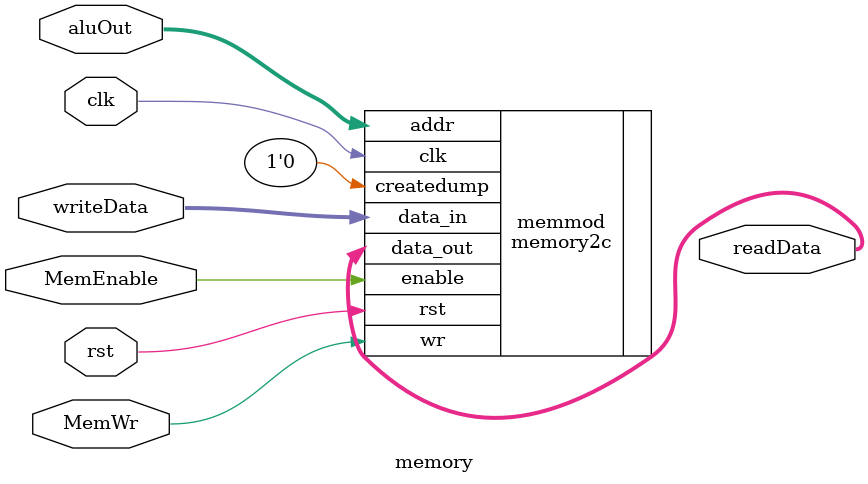
<source format=v>
module memory(aluOut, readData, writeData, MemEnable, MemWr, clk, rst);

input [15:0] aluOut, writeData; 
input MemEnable, MemWr, clk, rst; 
output [15:0] readData; 


//Instruction memory - 2nd instance after fetch
memory2c memmod(.data_out(readData), .data_in(writeData), .addr(aluOut), .enable(MemEnable), .wr(MemWr), .createdump(1'b0), .clk(clk), .rst(rst)); 

endmodule

</source>
